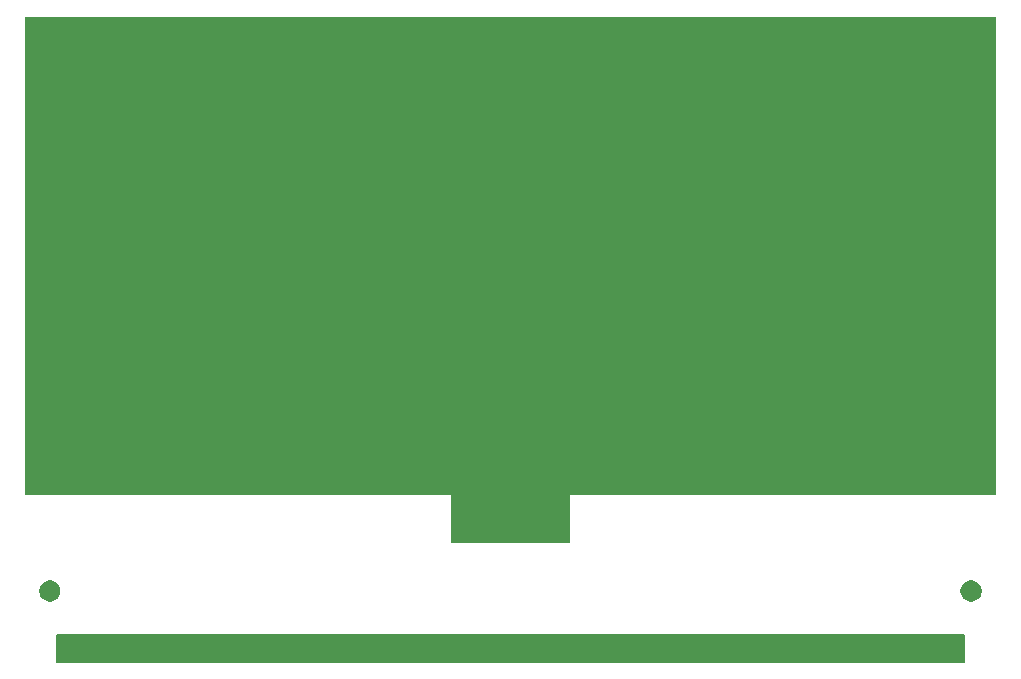
<source format=gbr>
G04 #@! TF.GenerationSoftware,KiCad,Pcbnew,5.0.2-bee76a0~70~ubuntu18.04.1*
G04 #@! TF.CreationDate,2020-12-14T21:02:24+01:00*
G04 #@! TF.ProjectId,DIMMCartridge,44494d4d-4361-4727-9472-696467652e6b,rev?*
G04 #@! TF.SameCoordinates,Original*
G04 #@! TF.FileFunction,Soldermask,Top*
G04 #@! TF.FilePolarity,Negative*
%FSLAX46Y46*%
G04 Gerber Fmt 4.6, Leading zero omitted, Abs format (unit mm)*
G04 Created by KiCad (PCBNEW 5.0.2-bee76a0~70~ubuntu18.04.1) date Mo 14 Dez 2020 21:02:24 CET*
%MOMM*%
%LPD*%
G01*
G04 APERTURE LIST*
%ADD10C,0.150000*%
%ADD11C,0.100000*%
G04 APERTURE END LIST*
D10*
G04 #@! TO.C,J1*
G36*
X61600000Y-130740000D02*
X61600000Y-133040000D01*
X138400000Y-133040000D01*
X138400000Y-130740000D01*
X61600000Y-130740000D01*
G37*
X61600000Y-130740000D02*
X61600000Y-133040000D01*
X138400000Y-133040000D01*
X138400000Y-130740000D01*
X61600000Y-130740000D01*
D11*
G36*
X100800000Y-132540000D02*
X62000000Y-132540000D01*
X62000000Y-130740000D01*
X100800000Y-130740000D01*
X100800000Y-132540000D01*
X100800000Y-132540000D01*
G37*
G36*
X138000000Y-132540000D02*
X104000000Y-132540000D01*
X104000000Y-130740000D01*
X138000000Y-130740000D01*
X138000000Y-132540000D01*
X138000000Y-132540000D01*
G37*
G36*
X61262521Y-126174586D02*
X61426309Y-126242429D01*
X61573720Y-126340926D01*
X61699074Y-126466280D01*
X61797571Y-126613691D01*
X61865414Y-126777479D01*
X61900000Y-126951356D01*
X61900000Y-127128644D01*
X61865414Y-127302521D01*
X61797571Y-127466309D01*
X61699074Y-127613720D01*
X61573720Y-127739074D01*
X61426309Y-127837571D01*
X61262521Y-127905414D01*
X61088644Y-127940000D01*
X60911356Y-127940000D01*
X60737479Y-127905414D01*
X60573691Y-127837571D01*
X60426280Y-127739074D01*
X60300926Y-127613720D01*
X60202429Y-127466309D01*
X60134586Y-127302521D01*
X60100000Y-127128644D01*
X60100000Y-126951356D01*
X60134586Y-126777479D01*
X60202429Y-126613691D01*
X60300926Y-126466280D01*
X60426280Y-126340926D01*
X60573691Y-126242429D01*
X60737479Y-126174586D01*
X60911356Y-126140000D01*
X61088644Y-126140000D01*
X61262521Y-126174586D01*
X61262521Y-126174586D01*
G37*
G36*
X139262521Y-126174586D02*
X139426309Y-126242429D01*
X139573720Y-126340926D01*
X139699074Y-126466280D01*
X139797571Y-126613691D01*
X139865414Y-126777479D01*
X139900000Y-126951356D01*
X139900000Y-127128644D01*
X139865414Y-127302521D01*
X139797571Y-127466309D01*
X139699074Y-127613720D01*
X139573720Y-127739074D01*
X139426309Y-127837571D01*
X139262521Y-127905414D01*
X139088644Y-127940000D01*
X138911356Y-127940000D01*
X138737479Y-127905414D01*
X138573691Y-127837571D01*
X138426280Y-127739074D01*
X138300926Y-127613720D01*
X138202429Y-127466309D01*
X138134586Y-127302521D01*
X138100000Y-127128644D01*
X138100000Y-126951356D01*
X138134586Y-126777479D01*
X138202429Y-126613691D01*
X138300926Y-126466280D01*
X138426280Y-126340926D01*
X138573691Y-126242429D01*
X138737479Y-126174586D01*
X138911356Y-126140000D01*
X139088644Y-126140000D01*
X139262521Y-126174586D01*
X139262521Y-126174586D01*
G37*
G36*
X141099997Y-78422318D02*
X141096512Y-92536793D01*
X141090000Y-118910000D01*
X105125000Y-118910000D01*
X105100614Y-118912402D01*
X105077165Y-118919515D01*
X105055554Y-118931066D01*
X105036612Y-118946612D01*
X105021066Y-118965554D01*
X105009515Y-118987165D01*
X105002402Y-119010614D01*
X105000000Y-119035000D01*
X105000000Y-123000000D01*
X95000000Y-123000000D01*
X95000000Y-119035000D01*
X94997598Y-119010614D01*
X94990485Y-118987165D01*
X94978934Y-118965554D01*
X94963388Y-118946612D01*
X94944446Y-118931066D01*
X94922835Y-118919515D01*
X94899386Y-118912402D01*
X94875000Y-118910000D01*
X58890000Y-118910000D01*
X58890000Y-78410000D01*
X141100000Y-78410000D01*
X141099997Y-78422318D01*
X141099997Y-78422318D01*
G37*
M02*

</source>
